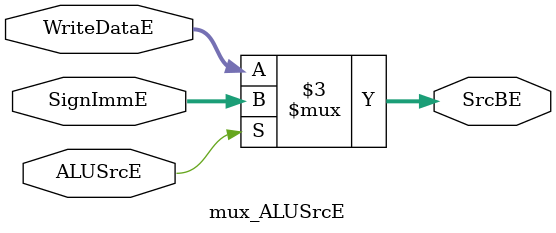
<source format=v>
`timescale 1ns / 1ps
module mux_ALUSrcE(
	input wire [31:0]WriteDataE,
	input wire [31:0]SignImmE,
	
	input wire ALUSrcE,
	
	output reg [31:0]SrcBE
    );
	 
	 always@(*)
	 begin
	 
		 if(ALUSrcE)
			SrcBE <= SignImmE;
		 else
			SrcBE <= WriteDataE;
	 
	 end


endmodule

</source>
